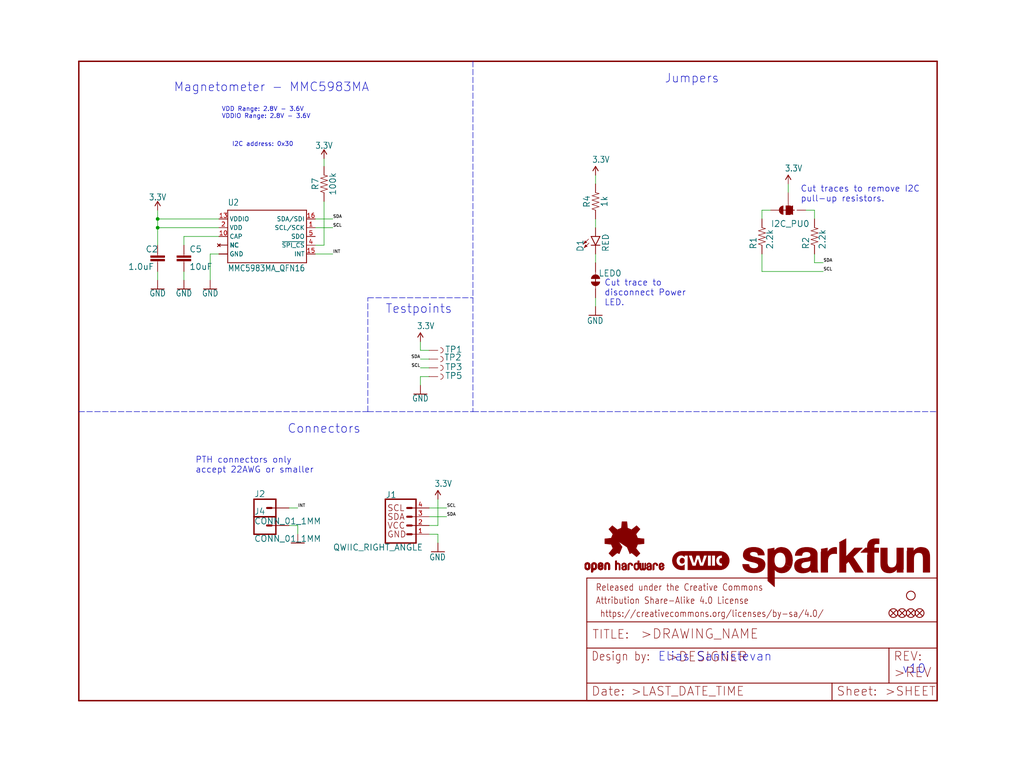
<source format=kicad_sch>
(kicad_sch (version 20211123) (generator eeschema)
  (paper "User" 297.002 223.926)
  (lib_symbols
    (symbol "eagleSchem-eagle-import:1.0UF-0402T-16V-10%"
      (property "Reference" "C" (at 1.524 2.921 0))
      (property "Value" "1.0UF-0402T-16V-10%" (at 1.524 -2.159 0))
      (symbol "1.0UF-0402T-16V-10%_1_0"
        (pin passive line (at 0 5.08 270) (length 2.54) (name "1") (number "1"))
        (pin passive line (at 0 -2.54 90) (length 2.54) (name "2") (number "2"))
      )
    )
    (symbol "eagleSchem-eagle-import:100KOHM-0402T-1{slash}16W-1%"
      (property "Reference" "R" (at 0 1.524 0))
      (property "Value" "100KOHM-0402T-1{slash}16W-1%" (at 0 -1.524 0))
      (symbol "100KOHM-0402T-1{slash}16W-1%_1_0"
        (pin passive line (at -5.08 0 0) (length 2.54) (name "1") (number "1"))
        (pin passive line (at 5.08 0 180) (length 2.54) (name "2") (number "2"))
      )
    )
    (symbol "eagleSchem-eagle-import:10UF-0402T-6.3V-20%"
      (property "Reference" "C" (at 1.524 2.921 0))
      (property "Value" "10UF-0402T-6.3V-20%" (at 1.524 -2.159 0))
      (symbol "10UF-0402T-6.3V-20%_1_0"
        (pin passive line (at 0 5.08 270) (length 2.54) (name "1") (number "1"))
        (pin passive line (at 0 -2.54 90) (length 2.54) (name "2") (number "2"))
      )
    )
    (symbol "eagleSchem-eagle-import:1KOHM-0402T-1{slash}16W-1%"
      (property "Reference" "R" (at 0 1.524 0))
      (property "Value" "1KOHM-0402T-1{slash}16W-1%" (at 0 -1.524 0))
      (symbol "1KOHM-0402T-1{slash}16W-1%_1_0"
        (pin passive line (at -5.08 0 0) (length 2.54) (name "1") (number "1"))
        (pin passive line (at 5.08 0 180) (length 2.54) (name "2") (number "2"))
      )
    )
    (symbol "eagleSchem-eagle-import:2.2KOHM-0402T-1{slash}16W-1%"
      (property "Reference" "R" (at 0 1.524 0))
      (property "Value" "2.2KOHM-0402T-1{slash}16W-1%" (at 0 -1.524 0))
      (symbol "2.2KOHM-0402T-1{slash}16W-1%_1_0"
        (pin passive line (at -5.08 0 0) (length 2.54) (name "1") (number "1"))
        (pin passive line (at 5.08 0 180) (length 2.54) (name "2") (number "2"))
      )
    )
    (symbol "eagleSchem-eagle-import:3.3V" (power)
      (property "Value" "3.3V" (at 0 2.794 0))
      (symbol "3.3V_1_0"
        (pin power_in line (at 0 0 90) (length 2.54) (name "3.3V") (number "1"))
      )
    )
    (symbol "eagleSchem-eagle-import:CONN_01_1MM"
      (property "Reference" "J" (at -2.54 3.048 0))
      (property "Value" "CONN_01_1MM" (at -2.54 -4.826 0))
      (symbol "CONN_01_1MM_1_0"
        (pin passive line (at 7.62 0 180) (length 5.08) (name "1") (number "1"))
      )
    )
    (symbol "eagleSchem-eagle-import:FIDUCIALUFIDUCIAL")
    (symbol "eagleSchem-eagle-import:FRAME-LETTER"
      (symbol "FRAME-LETTER_2_0"
        (text " https://creativecommons.org/licenses/by-sa/4.0/" (at 2.54 24.13 0) (effects (font (size 1.9304 1.6408)) (justify left bottom)))
        (text ">DESIGNER" (at 23.114 11.176 0) (effects (font (size 2.7432 2.7432)) (justify left bottom)))
        (text ">DRAWING_NAME" (at 15.494 17.78 0) (effects (font (size 2.7432 2.7432)) (justify left bottom)))
        (text ">LAST_DATE_TIME" (at 12.7 1.27 0) (effects (font (size 2.54 2.54)) (justify left bottom)))
        (text ">REV" (at 88.9 6.604 0) (effects (font (size 2.7432 2.7432)) (justify left bottom)))
        (text ">SHEET" (at 86.36 1.27 0) (effects (font (size 2.54 2.54)) (justify left bottom)))
        (text "Attribution Share-Alike 4.0 License" (at 2.54 27.94 0) (effects (font (size 1.9304 1.6408)) (justify left bottom)))
        (text "Date:" (at 1.27 1.27 0) (effects (font (size 2.54 2.54)) (justify left bottom)))
        (text "Design by:" (at 1.27 11.43 0) (effects (font (size 2.54 2.159)) (justify left bottom)))
        (text "Released under the Creative Commons" (at 2.54 31.75 0) (effects (font (size 1.9304 1.6408)) (justify left bottom)))
        (text "REV:" (at 88.9 11.43 0) (effects (font (size 2.54 2.54)) (justify left bottom)))
        (text "Sheet:" (at 72.39 1.27 0) (effects (font (size 2.54 2.54)) (justify left bottom)))
        (text "TITLE:" (at 1.524 17.78 0) (effects (font (size 2.54 2.54)) (justify left bottom)))
      )
    )
    (symbol "eagleSchem-eagle-import:GND" (power)
      (property "Value" "GND" (at 0 -0.254 0))
      (symbol "GND_1_0"
        (pin power_in line (at 0 2.54 270) (length 2.54) (name "GND") (number "1"))
      )
    )
    (symbol "eagleSchem-eagle-import:JUMPER-SMT_2_NC_TRACE_SILK"
      (property "Reference" "JP" (at 0 3.048 0))
      (property "Value" "JUMPER-SMT_2_NC_TRACE_SILK" (at 0 -3.048 0))
      (symbol "JUMPER-SMT_2_NC_TRACE_SILK_1_0"
        (pin passive line (at -5.08 0 0) (length 2.54) (name "1") (number "1"))
        (pin passive line (at 5.08 0 180) (length 2.54) (name "2") (number "2"))
      )
    )
    (symbol "eagleSchem-eagle-import:JUMPER-SMT_3_2-NC_TRACE_SILK"
      (property "Reference" "JP" (at 6.096 1.524 0))
      (property "Value" "JUMPER-SMT_3_2-NC_TRACE_SILK" (at 6.858 -1.524 0))
      (symbol "JUMPER-SMT_3_2-NC_TRACE_SILK_1_0"
        (pin passive line (at 0 5.08 270) (length 2.54) (name "1") (number "1"))
        (pin passive line (at -5.08 0 0) (length 2.54) (name "2") (number "2"))
        (pin passive line (at 0 -5.08 90) (length 2.54) (name "3") (number "3"))
      )
    )
    (symbol "eagleSchem-eagle-import:LED-RED_0402"
      (property "Reference" "D" (at -3.429 -4.572 90))
      (property "Value" "LED-RED_0402" (at 1.905 -4.572 90))
      (symbol "LED-RED_0402_1_0"
        (pin passive line (at 0 2.54 270) (length 2.54) (name "A") (number "A"))
        (pin passive line (at 0 -5.08 90) (length 2.54) (name "C") (number "C"))
      )
    )
    (symbol "eagleSchem-eagle-import:MMC5983MA_QFN16"
      (property "Reference" "U" (at -10.16 8.89 0))
      (property "Value" "MMC5983MA_QFN16" (at -10.16 -10.16 0))
      (symbol "MMC5983MA_QFN16_1_0"
        (pin bidirectional line (at 15.24 2.54 180) (length 2.54) (name "SCL/SCK") (number "1"))
        (pin passive line (at -12.7 0 0) (length 2.54) (name "CAP") (number "10"))
        (pin power_in line (at -12.7 -5.08 0) (length 2.54) (name "GND") (number "11"))
        (pin no_connect line (at -12.7 -2.54 0) (length 2.54) (name "NC") (number "12"))
        (pin power_in line (at -12.7 5.08 0) (length 2.54) (name "VDDIO") (number "13"))
        (pin no_connect line (at -12.7 -2.54 0) (length 2.54) (name "NC") (number "14"))
        (pin output line (at 15.24 -5.08 180) (length 2.54) (name "INT") (number "15"))
        (pin bidirectional line (at 15.24 5.08 180) (length 2.54) (name "SDA/SDI") (number "16"))
        (pin power_in line (at -12.7 2.54 0) (length 2.54) (name "VDD") (number "2"))
        (pin no_connect line (at -12.7 -2.54 0) (length 2.54) (name "NC") (number "3"))
        (pin input line (at 15.24 -2.54 180) (length 2.54) (name "~{SPI_CS}") (number "4"))
        (pin output line (at 15.24 0 180) (length 2.54) (name "SDO") (number "5"))
        (pin no_connect line (at -12.7 -2.54 0) (length 2.54) (name "NC") (number "6"))
        (pin no_connect line (at -12.7 -2.54 0) (length 2.54) (name "NC") (number "7"))
        (pin no_connect line (at -12.7 -2.54 0) (length 2.54) (name "NC") (number "8"))
        (pin power_in line (at -12.7 -5.08 0) (length 2.54) (name "GND") (number "9"))
      )
    )
    (symbol "eagleSchem-eagle-import:OSHW-LOGOMINI")
    (symbol "eagleSchem-eagle-import:QWIIC_CONNECTORJS-1MM"
      (property "Reference" "J" (at -5.08 7.874 0))
      (property "Value" "QWIIC_CONNECTORJS-1MM" (at -5.08 -5.334 0))
      (symbol "QWIIC_CONNECTORJS-1MM_1_0"
        (text "GND" (at -4.572 -2.54 0) (effects (font (size 1.778 1.778)) (justify left)))
        (text "SCL" (at -4.572 5.08 0) (effects (font (size 1.778 1.778)) (justify left)))
        (text "SDA" (at -4.572 2.54 0) (effects (font (size 1.778 1.778)) (justify left)))
        (text "VCC" (at -4.572 0 0) (effects (font (size 1.778 1.778)) (justify left)))
        (pin power_in line (at 7.62 -2.54 180) (length 5.08) (name "1") (number "1"))
        (pin power_in line (at 7.62 0 180) (length 5.08) (name "2") (number "2"))
        (pin passive line (at 7.62 2.54 180) (length 5.08) (name "3") (number "3"))
        (pin passive line (at 7.62 5.08 180) (length 5.08) (name "4") (number "4"))
      )
    )
    (symbol "eagleSchem-eagle-import:QWIIC_LOGO_4MM")
    (symbol "eagleSchem-eagle-import:SFE_LOGO_NAMEBLANK")
    (symbol "eagleSchem-eagle-import:STAND-OFFTIGHT")
    (symbol "eagleSchem-eagle-import:TEST-POINT3"
      (property "Reference" "TP" (at -2.54 2.54 0))
      (property "Value" "TEST-POINT3" (at -2.54 -2.54 0))
      (symbol "TEST-POINT3_1_0"
        (pin bidirectional line (at 0 0 180) (length 0) (name "1") (number "1"))
      )
    )
  )
  (junction (at 45.72 63.5))
  (junction (at 45.72 66.04))
  (polyline (pts (xy 106.68 119.38) (xy 137.16 119.38)))
  (wire (pts (xy 45.72 78.74) (xy 45.72 81.28)))
  (wire (pts (xy 45.72 71.12) (xy 45.72 66.04)))
  (wire (pts (xy 220.98 60.96) (xy 223.52 60.96)))
  (wire (pts (xy 220.98 63.5) (xy 220.98 60.96)))
  (wire (pts (xy 63.5 68.58) (xy 53.34 68.58)))
  (wire (pts (xy 172.72 53.34) (xy 172.72 50.8)))
  (wire (pts (xy 91.44 71.12) (xy 93.98 71.12)))
  (wire (pts (xy 127 152.4) (xy 127 144.78)))
  (wire (pts (xy 172.72 73.66) (xy 172.72 76.2)))
  (polyline (pts (xy 137.16 119.38) (xy 271.78 119.38)))
  (wire (pts (xy 233.68 60.96) (xy 236.22 60.96)))
  (wire (pts (xy 45.72 60.96) (xy 45.72 63.5)))
  (wire (pts (xy 91.44 73.66) (xy 96.52 73.66)))
  (wire (pts (xy 45.72 66.04) (xy 45.72 63.5)))
  (wire (pts (xy 124.46 149.86) (xy 129.54 149.86)))
  (wire (pts (xy 172.72 86.36) (xy 172.72 88.9)))
  (polyline (pts (xy 22.86 119.38) (xy 106.68 119.38)))
  (wire (pts (xy 53.34 78.74) (xy 53.34 81.28)))
  (wire (pts (xy 121.92 101.6) (xy 121.92 99.06)))
  (wire (pts (xy 124.46 106.68) (xy 121.92 106.68)))
  (wire (pts (xy 45.72 63.5) (xy 63.5 63.5)))
  (wire (pts (xy 236.22 76.2) (xy 238.76 76.2)))
  (wire (pts (xy 93.98 58.42) (xy 93.98 71.12)))
  (wire (pts (xy 124.46 101.6) (xy 121.92 101.6)))
  (wire (pts (xy 220.98 73.66) (xy 220.98 78.74)))
  (wire (pts (xy 83.82 152.4) (xy 86.36 152.4)))
  (wire (pts (xy 93.98 45.974) (xy 93.98 48.26)))
  (wire (pts (xy 86.36 147.32) (xy 83.82 147.32)))
  (wire (pts (xy 124.46 147.32) (xy 129.54 147.32)))
  (polyline (pts (xy 106.68 86.36) (xy 137.16 86.36)))
  (wire (pts (xy 91.44 63.5) (xy 96.52 63.5)))
  (wire (pts (xy 124.46 152.4) (xy 127 152.4)))
  (wire (pts (xy 63.5 66.04) (xy 45.72 66.04)))
  (wire (pts (xy 127 154.94) (xy 127 157.48)))
  (wire (pts (xy 121.92 109.22) (xy 124.46 109.22)))
  (wire (pts (xy 63.5 73.66) (xy 60.96 73.66)))
  (wire (pts (xy 236.22 60.96) (xy 236.22 63.5)))
  (wire (pts (xy 53.34 71.12) (xy 53.34 68.58)))
  (wire (pts (xy 60.96 73.66) (xy 60.96 81.28)))
  (wire (pts (xy 172.72 63.5) (xy 172.72 66.04)))
  (wire (pts (xy 124.46 154.94) (xy 127 154.94)))
  (polyline (pts (xy 106.68 119.38) (xy 106.68 86.36)))
  (wire (pts (xy 91.44 66.04) (xy 96.52 66.04)))
  (wire (pts (xy 220.98 78.74) (xy 238.76 78.74)))
  (polyline (pts (xy 137.16 17.78) (xy 137.16 86.36)))
  (wire (pts (xy 121.92 109.22) (xy 121.92 111.76)))
  (wire (pts (xy 86.36 152.4) (xy 86.36 154.94)))
  (polyline (pts (xy 137.16 86.36) (xy 137.16 119.38)))
  (wire (pts (xy 228.6 53.34) (xy 228.6 55.88)))
  (wire (pts (xy 124.46 104.14) (xy 121.92 104.14)))
  (wire (pts (xy 236.22 73.66) (xy 236.22 76.2)))
  (text "Connectors" (at 93.98 124.46 180) (effects (font (size 2.54 2.54))))
  (text "VDD Range: 2.8V - 3.6V\nVDDIO Range: 2.8V - 3.6V" (at 64.262 34.544 180) (effects (font (size 1.27 1.27)) (justify left bottom)))
  (text "v10" (at 261.62 195.58 180) (effects (font (size 2.54 2.54)) (justify left bottom)))
  (text "Cut trace to\ndisconnect Power\nLED." (at 175.26 88.9 180) (effects (font (size 1.778 1.778)) (justify left bottom)))
  (text "I2C address: 0x30" (at 76.2 41.91 180) (effects (font (size 1.27 1.27))))
  (text "Testpoints" (at 111.76 91.186 180) (effects (font (size 2.54 2.54)) (justify left bottom)))
  (text "Jumpers" (at 200.66 22.86 180) (effects (font (size 2.54 2.54))))
  (text "Cut traces to remove I2C\npull-up resistors." (at 232.156 53.848 180) (effects (font (size 1.778 1.778)) (justify left top)))
  (text "Elias Santistevan" (at 190.754 192.024 180) (effects (font (size 2.54 2.54)) (justify left bottom)))
  (text "PTH connectors only\naccept 22AWG or smaller" (at 56.642 137.414 180) (effects (font (size 1.778 1.778)) (justify left bottom)))
  (text "Magnetometer - MMC5983MA" (at 78.74 25.4 180) (effects (font (size 2.54 2.54))))
  (label "SDA" (at 96.52 63.5 0) (effects (font (size 0.889 0.889))))
  (label "SDA" (at 129.54 149.86 0) (effects (font (size 0.889 0.889))))
  (label "SCL" (at 129.54 147.32 0) (effects (font (size 0.889 0.889))))
  (label "INT" (at 96.52 73.66 0) (effects (font (size 0.889 0.889))))
  (label "INT" (at 86.36 147.32 0) (effects (font (size 0.889 0.889))))
  (label "SDA" (at 121.92 104.14 180) (effects (font (size 0.889 0.889))))
  (label "SCL" (at 238.76 78.74 0) (effects (font (size 0.889 0.889))))
  (label "SCL" (at 96.52 66.04 0) (effects (font (size 0.889 0.889))))
  (label "SCL" (at 121.92 106.68 180) (effects (font (size 0.889 0.889))))
  (label "SDA" (at 238.76 76.2 0) (effects (font (size 0.889 0.889))))
  (symbol (lib_id "eagleSchem-eagle-import:QWIIC_LOGO_4MM") (at 203.2 162.56 0) (unit 1)
    (property "Reference" "LOGO1" (effects hide))
    (property "Value" "QWIIC_LOGO_4MM" (effects hide))
    (property "Footprint" "eagleSchem:QWIIC_4MM" (effects hide))
  )
  (symbol (lib_id "eagleSchem-eagle-import:FIDUCIALUFIDUCIAL") (at 259.08 177.8 0) (unit 1)
    (property "Reference" "FID1" (effects hide))
    (property "Value" "FIDUCIALUFIDUCIAL" (effects hide))
    (property "Footprint" "eagleSchem:FIDUCIAL-MICRO" (effects hide))
  )
  (symbol (lib_id "eagleSchem-eagle-import:FIDUCIALUFIDUCIAL") (at 261.62 177.8 0) (unit 1)
    (property "Reference" "FID2" (effects hide))
    (property "Value" "FIDUCIALUFIDUCIAL" (effects hide))
    (property "Footprint" "eagleSchem:FIDUCIAL-MICRO" (effects hide))
  )
  (symbol (lib_id "eagleSchem-eagle-import:GND") (at 60.96 83.82 0) (unit 1)
    (property "Reference" "#GND1" (effects hide))
    (property "Value" "GND" (at 60.96 84.074 0) (effects (font (size 1.778 1.5113)) (justify top)))
    (property "Footprint" "eagleSchem:" (effects hide))
  )
  (symbol (lib_id "eagleSchem-eagle-import:LED-RED_0402") (at 172.72 68.58 0) (unit 1)
    (property "Reference" "D1" (at 169.291 73.152 90) (effects (font (size 1.778 1.778)) (justify left bottom)))
    (property "Value" "RED" (at 174.625 73.152 90) (effects (font (size 1.778 1.778)) (justify left top)))
    (property "Footprint" "eagleSchem:LED-0402" (effects hide))
  )
  (symbol (lib_id "eagleSchem-eagle-import:CONN_01_1MM") (at 76.2 152.4 0) (unit 1)
    (property "Reference" "J4" (at 73.66 149.352 0) (effects (font (size 1.778 1.778)) (justify left bottom)))
    (property "Value" "CONN_01_1MM" (at 73.66 157.226 0) (effects (font (size 1.778 1.778)) (justify left bottom)))
    (property "Footprint" "eagleSchem:1X01_1MM_NO_SILK" (effects hide))
  )
  (symbol (lib_id "eagleSchem-eagle-import:FRAME-LETTER") (at 170.18 203.2 0) (unit 2)
    (property "Reference" "FRAME1" (effects hide))
    (property "Value" "FRAME-LETTER" (effects hide))
    (property "Footprint" "eagleSchem:CREATIVE_COMMONS" (effects hide))
    (property "Value" "FRAME-LETTER" (effects hide))
  )
  (symbol (lib_id "eagleSchem-eagle-import:3.3V") (at 121.92 99.06 0) (unit 1)
    (property "Reference" "#SUPPLY6" (effects hide))
    (property "Value" "3.3V" (at 120.904 95.504 0) (effects (font (size 1.778 1.5113)) (justify left bottom)))
    (property "Footprint" "eagleSchem:" (effects hide))
  )
  (symbol (lib_id "eagleSchem-eagle-import:100KOHM-0402T-1{slash}16W-1%") (at 93.98 53.34 90) (unit 1)
    (property "Reference" "R7" (at 92.456 53.34 0) (effects (font (size 1.778 1.778)) (justify bottom)))
    (property "Value" "100k" (at 95.504 53.34 0) (effects (font (size 1.778 1.778)) (justify top)))
    (property "Footprint" "eagleSchem:0402-TIGHT" (effects hide))
  )
  (symbol (lib_id "eagleSchem-eagle-import:SFE_LOGO_NAMEBLANK") (at 213.36 170.18 0) (unit 1)
    (property "Reference" "LOGO3" (effects hide))
    (property "Value" "SFE_LOGO_NAMEBLANK" (effects hide))
    (property "Footprint" "eagleSchem:BLANK" (effects hide))
  )
  (symbol (lib_id "eagleSchem-eagle-import:TEST-POINT3") (at 124.46 104.14 0) (unit 1)
    (property "Reference" "TP2" (at 128.778 104.648 0) (effects (font (size 1.778 1.778)) (justify left bottom)))
    (property "Value" "TEST-POINT3" (effects hide))
    (property "Footprint" "eagleSchem:PAD.03X.03" (effects hide))
  )
  (symbol (lib_id "eagleSchem-eagle-import:GND") (at 172.72 91.44 0) (unit 1)
    (property "Reference" "#GND7" (effects hide))
    (property "Value" "GND" (at 170.18 93.98 0) (effects (font (size 1.778 1.5113)) (justify left bottom)))
    (property "Footprint" "eagleSchem:" (effects hide))
  )
  (symbol (lib_id "eagleSchem-eagle-import:FRAME-LETTER") (at 22.86 203.2 0) (unit 1)
    (property "Reference" "FRAME1" (effects hide))
    (property "Value" "FRAME-LETTER" (effects hide))
    (property "Footprint" "eagleSchem:CREATIVE_COMMONS" (effects hide))
    (property "Value" "FRAME-LETTER" (effects hide))
  )
  (symbol (lib_id "eagleSchem-eagle-import:STAND-OFFTIGHT") (at 264.16 172.72 0) (unit 1)
    (property "Reference" "STANDOFF3" (effects hide))
    (property "Value" "STAND-OFFTIGHT" (effects hide))
    (property "Footprint" "eagleSchem:STAND-OFF-TIGHT" (effects hide))
  )
  (symbol (lib_id "eagleSchem-eagle-import:JUMPER-SMT_3_2-NC_TRACE_SILK") (at 228.6 60.96 90) (mirror x) (unit 1)
    (property "Reference" "I2C_PU0" (at 223.52 63.881 90) (effects (font (size 1.778 1.778)) (justify right top)))
    (property "Value" "S_MODE" (effects hide))
    (property "Footprint" "eagleSchem:SMT-JUMPER_3_2-NC_TRACE_SILK" (effects hide))
  )
  (symbol (lib_id "eagleSchem-eagle-import:1.0UF-0402T-16V-10%") (at 45.72 76.2 0) (unit 1)
    (property "Reference" "C2" (at 42.164 73.279 0) (effects (font (size 1.778 1.778)) (justify left bottom)))
    (property "Value" "1.0uF" (at 37.084 78.359 0) (effects (font (size 1.778 1.778)) (justify left bottom)))
    (property "Footprint" "eagleSchem:0402-TIGHT" (effects hide))
  )
  (symbol (lib_id "eagleSchem-eagle-import:TEST-POINT3") (at 124.46 101.6 0) (unit 1)
    (property "Reference" "TP1" (at 129.032 102.362 0) (effects (font (size 1.778 1.778)) (justify left bottom)))
    (property "Value" "TEST-POINT3" (effects hide))
    (property "Footprint" "eagleSchem:PAD.03X.03" (effects hide))
  )
  (symbol (lib_id "eagleSchem-eagle-import:GND") (at 86.36 157.48 0) (unit 1)
    (property "Reference" "#GND6" (effects hide))
    (property "Value" "GND" (at 83.82 160.02 0) (effects (font (size 1.778 1.5113)) (justify left bottom)))
    (property "Footprint" "eagleSchem:" (effects hide))
    (property "Value" "GND" (effects hide))
  )
  (symbol (lib_id "eagleSchem-eagle-import:GND") (at 45.72 83.82 0) (unit 1)
    (property "Reference" "#GND2" (effects hide))
    (property "Value" "GND" (at 45.72 84.074 0) (effects (font (size 1.778 1.5113)) (justify top)))
    (property "Footprint" "eagleSchem:" (effects hide))
  )
  (symbol (lib_id "eagleSchem-eagle-import:3.3V") (at 228.6 53.34 0) (unit 1)
    (property "Reference" "#SUPPLY2" (effects hide))
    (property "Value" "3.3V" (at 227.584 49.784 0) (effects (font (size 1.778 1.5113)) (justify left bottom)))
    (property "Footprint" "eagleSchem:" (effects hide))
  )
  (symbol (lib_id "eagleSchem-eagle-import:CONN_01_1MM") (at 76.2 147.32 0) (unit 1)
    (property "Reference" "J2" (at 73.66 144.272 0) (effects (font (size 1.778 1.778)) (justify left bottom)))
    (property "Value" "CONN_01_1MM" (at 73.66 152.146 0) (effects (font (size 1.778 1.778)) (justify left bottom)))
    (property "Footprint" "eagleSchem:1X01_1MM_NO_SILK" (effects hide))
  )
  (symbol (lib_id "eagleSchem-eagle-import:OSHW-LOGOMINI") (at 181.102 156.972 0) (unit 1)
    (property "Reference" "LOGO2" (effects hide))
    (property "Value" "OSHW-LOGOMINI" (effects hide))
    (property "Footprint" "eagleSchem:OSHW-LOGO-MINI" (effects hide))
  )
  (symbol (lib_id "eagleSchem-eagle-import:3.3V") (at 45.72 60.96 0) (unit 1)
    (property "Reference" "#SUPPLY8" (effects hide))
    (property "Value" "3.3V" (at 45.72 58.166 0) (effects (font (size 1.778 1.5113)) (justify bottom)))
    (property "Footprint" "eagleSchem:" (effects hide))
  )
  (symbol (lib_id "eagleSchem-eagle-import:3.3V") (at 127 144.78 0) (unit 1)
    (property "Reference" "#SUPPLY1" (effects hide))
    (property "Value" "3.3V" (at 125.984 141.224 0) (effects (font (size 1.778 1.5113)) (justify left bottom)))
    (property "Footprint" "eagleSchem:" (effects hide))
  )
  (symbol (lib_id "eagleSchem-eagle-import:TEST-POINT3") (at 124.46 106.68 0) (unit 1)
    (property "Reference" "TP3" (at 129.032 107.442 0) (effects (font (size 1.778 1.778)) (justify left bottom)))
    (property "Value" "TEST-POINT3" (effects hide))
    (property "Footprint" "eagleSchem:PAD.03X.03" (effects hide))
  )
  (symbol (lib_id "eagleSchem-eagle-import:1KOHM-0402T-1{slash}16W-1%") (at 172.72 58.42 90) (unit 1)
    (property "Reference" "R4" (at 171.196 58.42 0) (effects (font (size 1.778 1.778)) (justify bottom)))
    (property "Value" "1k" (at 174.244 58.42 0) (effects (font (size 1.778 1.778)) (justify top)))
    (property "Footprint" "eagleSchem:0402-TIGHT" (effects hide))
  )
  (symbol (lib_id "eagleSchem-eagle-import:GND") (at 127 160.02 0) (unit 1)
    (property "Reference" "#GND3" (effects hide))
    (property "Value" "GND" (at 124.46 162.56 0) (effects (font (size 1.778 1.5113)) (justify left bottom)))
    (property "Footprint" "eagleSchem:" (effects hide))
  )
  (symbol (lib_id "eagleSchem-eagle-import:2.2KOHM-0402T-1{slash}16W-1%") (at 236.22 68.58 90) (unit 1)
    (property "Reference" "R2" (at 234.7214 72.39 0) (effects (font (size 1.778 1.778)) (justify left bottom)))
    (property "Value" "2.2k" (at 239.522 72.39 0) (effects (font (size 1.778 1.778)) (justify left bottom)))
    (property "Footprint" "eagleSchem:0402-TIGHT" (effects hide))
  )
  (symbol (lib_id "eagleSchem-eagle-import:FIDUCIALUFIDUCIAL") (at 264.16 177.8 0) (unit 1)
    (property "Reference" "FD1" (effects hide))
    (property "Value" "FIDUCIALUFIDUCIAL" (effects hide))
    (property "Footprint" "eagleSchem:FIDUCIAL-MICRO" (effects hide))
  )
  (symbol (lib_id "eagleSchem-eagle-import:GND") (at 121.92 114.3 0) (unit 1)
    (property "Reference" "#GND5" (effects hide))
    (property "Value" "GND" (at 121.92 114.554 0) (effects (font (size 1.778 1.5113)) (justify top)))
    (property "Footprint" "eagleSchem:" (effects hide))
  )
  (symbol (lib_id "eagleSchem-eagle-import:QWIIC_CONNECTORJS-1MM") (at 116.84 152.4 0) (unit 1)
    (property "Reference" "J1" (at 111.76 144.526 0) (effects (font (size 1.778 1.778)) (justify left bottom)))
    (property "Value" "QWIIC_RIGHT_ANGLE" (at 96.52 157.734 0) (effects (font (size 1.778 1.778)) (justify left top)))
    (property "Footprint" "eagleSchem:JST04_1MM_RA" (effects hide))
  )
  (symbol (lib_id "eagleSchem-eagle-import:JUMPER-SMT_2_NC_TRACE_SILK") (at 172.72 81.28 90) (unit 1)
    (property "Reference" "LED0" (at 180.34 78.232 90) (effects (font (size 1.778 1.778)) (justify left bottom)))
    (property "Value" "JUMPER-SMT_2_NC_TRACE_SILK" (effects hide))
    (property "Footprint" "eagleSchem:SMT-JUMPER_2_NC_TRACE_SILK" (effects hide))
  )
  (symbol (lib_id "eagleSchem-eagle-import:GND") (at 53.34 83.82 0) (unit 1)
    (property "Reference" "#GND9" (effects hide))
    (property "Value" "GND" (at 53.34 84.074 0) (effects (font (size 1.778 1.5113)) (justify top)))
    (property "Footprint" "eagleSchem:" (effects hide))
  )
  (symbol (lib_id "eagleSchem-eagle-import:3.3V") (at 93.98 45.974 0) (unit 1)
    (property "Reference" "#SUPPLY9" (effects hide))
    (property "Value" "3.3V" (at 93.98 43.18 0) (effects (font (size 1.778 1.5113)) (justify bottom)))
    (property "Footprint" "eagleSchem:" (effects hide))
  )
  (symbol (lib_id "eagleSchem-eagle-import:MMC5983MA_QFN16") (at 76.2 68.58 0) (unit 1)
    (property "Reference" "U2" (at 66.04 59.69 0) (effects (font (size 1.778 1.5113)) (justify left bottom)))
    (property "Value" "MMC5983MA_QFN16" (at 66.04 78.74 0) (effects (font (size 1.778 1.5113)) (justify left bottom)))
    (property "Footprint" "eagleSchem:LGA-16-3X3MM-4X4PINS" (effects hide))
  )
  (symbol (lib_id "eagleSchem-eagle-import:2.2KOHM-0402T-1{slash}16W-1%") (at 220.98 68.58 90) (unit 1)
    (property "Reference" "R1" (at 219.4814 72.39 0) (effects (font (size 1.778 1.778)) (justify left bottom)))
    (property "Value" "2.2k" (at 224.282 72.39 0) (effects (font (size 1.778 1.778)) (justify left bottom)))
    (property "Footprint" "eagleSchem:0402-TIGHT" (effects hide))
  )
  (symbol (lib_id "eagleSchem-eagle-import:10UF-0402T-6.3V-20%") (at 53.34 76.2 0) (unit 1)
    (property "Reference" "C5" (at 54.864 73.279 0) (effects (font (size 1.778 1.778)) (justify left bottom)))
    (property "Value" "10uF" (at 54.864 78.359 0) (effects (font (size 1.778 1.778)) (justify left bottom)))
    (property "Footprint" "eagleSchem:0402-TIGHT" (effects hide))
  )
  (symbol (lib_id "eagleSchem-eagle-import:TEST-POINT3") (at 124.46 109.22 0) (unit 1)
    (property "Reference" "TP5" (at 129.032 109.982 0) (effects (font (size 1.778 1.778)) (justify left bottom)))
    (property "Value" "TEST-POINT3" (effects hide))
    (property "Footprint" "eagleSchem:PAD.03X.03" (effects hide))
  )
  (symbol (lib_id "eagleSchem-eagle-import:3.3V") (at 172.72 50.8 0) (unit 1)
    (property "Reference" "#SUPPLY3" (effects hide))
    (property "Value" "3.3V" (at 171.704 47.244 0) (effects (font (size 1.778 1.5113)) (justify left bottom)))
    (property "Footprint" "eagleSchem:" (effects hide))
  )
  (symbol (lib_id "eagleSchem-eagle-import:FIDUCIALUFIDUCIAL") (at 266.7 177.8 0) (unit 1)
    (property "Reference" "FD2" (effects hide))
    (property "Value" "FIDUCIALUFIDUCIAL" (effects hide))
    (property "Footprint" "eagleSchem:FIDUCIAL-MICRO" (effects hide))
  )
)
</source>
